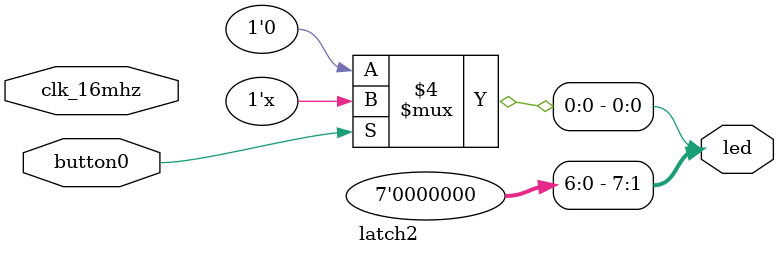
<source format=v>
/* Example of NOT instantiating a latch. */

module latch2
(
    input wire clk_16mhz,
    input wire button0,
    output reg [7:0] led
);

assign led[7:1] = 7'b0;

always @ (*)
begin
    if (button0) begin
        led[0] <= ~led[0];
    end else begin
        led[0] <= 0;
    end
end

endmodule


</source>
